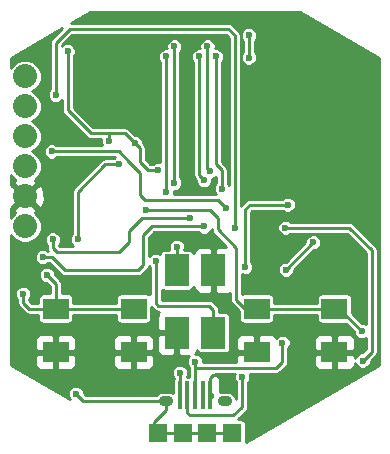
<source format=gtl>
%TF.GenerationSoftware,KiCad,Pcbnew,4.0.5+dfsg1-4~bpo8+1*%
%TF.CreationDate,2017-10-06T16:53:46-03:00*%
%TF.ProjectId,treasure,74726561737572652E6B696361645F70,rev?*%
%TF.FileFunction,Copper,L1,Top,Signal*%
%FSLAX46Y46*%
G04 Gerber Fmt 4.6, Leading zero omitted, Abs format (unit mm)*
G04 Created by KiCad (PCBNEW 4.0.5+dfsg1-4~bpo8+1) date Fri Oct  6 16:53:46 2017*
%MOMM*%
%LPD*%
G01*
G04 APERTURE LIST*
%ADD10C,0.254000*%
%ADD11R,1.645000X1.550000*%
%ADD12R,0.400000X2.350000*%
%ADD13O,1.250000X0.850000*%
%ADD14R,1.500000X1.550000*%
%ADD15R,2.200000X1.800000*%
%ADD16R,2.100000X2.700000*%
%ADD17C,2.032000*%
%ADD18C,0.600000*%
%ADD19C,0.250000*%
G04 APERTURE END LIST*
D10*
D11*
X145375500Y-123800000D03*
D12*
X148500000Y-120600000D03*
X147850000Y-120600000D03*
X147200000Y-120600000D03*
X149150000Y-120600000D03*
X149800000Y-120600000D03*
D13*
X151000000Y-121100000D03*
X146000000Y-121100000D03*
D11*
X151624500Y-123800000D03*
D14*
X147500000Y-123800000D03*
X149500000Y-123800000D03*
D15*
X136700000Y-113250000D03*
X143300000Y-113250000D03*
X136700000Y-116950000D03*
X143300000Y-116950000D03*
X153700000Y-113250000D03*
X160300000Y-113250000D03*
X153700000Y-116950000D03*
X160300000Y-116950000D03*
D16*
X150050000Y-115300000D03*
X150050000Y-110000000D03*
X146950000Y-110000000D03*
X146950000Y-115300000D03*
D17*
X134100000Y-93600000D03*
X134100000Y-96140000D03*
X134100000Y-98680000D03*
X134100000Y-101220000D03*
X134100000Y-103760000D03*
X134100000Y-106300000D03*
D18*
X141200000Y-99100000D03*
X142050000Y-101050000D03*
X138600000Y-107400000D03*
X145400000Y-101500000D03*
X137700000Y-91450000D03*
X143400000Y-99250000D03*
X153050000Y-92000000D03*
X153050000Y-90100000D03*
X158500000Y-107650000D03*
X156200000Y-109950000D03*
X133450000Y-117300000D03*
X148350000Y-107500000D03*
X154950000Y-115200000D03*
X143300000Y-114850000D03*
X143750000Y-119850000D03*
X136550000Y-98800000D03*
X136550000Y-96900000D03*
X145250000Y-113800000D03*
X153750000Y-123600000D03*
X155550000Y-120000000D03*
X151050000Y-119850000D03*
X156450000Y-103350000D03*
X163850000Y-103350000D03*
X159750000Y-94350000D03*
X159750000Y-91050000D03*
X150950000Y-91050000D03*
X139050000Y-91850000D03*
X156350000Y-104450000D03*
X152750000Y-109750000D03*
X138400000Y-120450000D03*
X146950000Y-108000000D03*
X145150000Y-109250000D03*
X152500000Y-119050000D03*
X148500000Y-117750000D03*
X155900000Y-116150000D03*
X147200000Y-118700000D03*
X136700000Y-95150000D03*
X151850000Y-106450000D03*
X136350000Y-99950000D03*
X151150000Y-104750000D03*
X149250000Y-106300000D03*
X135600000Y-108900000D03*
X156150000Y-106400000D03*
X162700000Y-117650000D03*
X133950000Y-112000000D03*
X135950000Y-110400000D03*
X136450000Y-107400000D03*
X148050000Y-105600000D03*
X144350000Y-104900000D03*
X162600000Y-115150000D03*
X150250000Y-91900000D03*
X150750000Y-103100000D03*
X146750000Y-91050000D03*
X146750000Y-102600000D03*
X146050000Y-91900000D03*
X146050000Y-103350000D03*
X148850000Y-91900000D03*
X149250000Y-102350000D03*
X149550000Y-91050000D03*
X149750000Y-101600000D03*
D19*
X141200000Y-98400000D02*
X141200000Y-99100000D01*
X138600000Y-106750000D02*
X138600000Y-107400000D01*
X142050000Y-101050000D02*
X140900000Y-101050000D01*
X140900000Y-101050000D02*
X138600000Y-103350000D01*
X138600000Y-103350000D02*
X138600000Y-106750000D01*
X143800000Y-100750000D02*
X143800000Y-100800000D01*
X143400000Y-99250000D02*
X143800000Y-99650000D01*
X143800000Y-99650000D02*
X143800000Y-100750000D01*
X144500000Y-101500000D02*
X145400000Y-101500000D01*
X143800000Y-100800000D02*
X144500000Y-101500000D01*
X137700000Y-96450000D02*
X137700000Y-91450000D01*
X139650000Y-98400000D02*
X137700000Y-96450000D01*
X142550000Y-98400000D02*
X141200000Y-98400000D01*
X141200000Y-98400000D02*
X139650000Y-98400000D01*
X143400000Y-99250000D02*
X142550000Y-98400000D01*
X153050000Y-90100000D02*
X153050000Y-92000000D01*
X156200000Y-109950000D02*
X158500000Y-107650000D01*
X134850000Y-116950000D02*
X133800000Y-116950000D01*
X136700000Y-116950000D02*
X134850000Y-116950000D01*
X133800000Y-116950000D02*
X133450000Y-117300000D01*
X154950000Y-115200000D02*
X154050000Y-115200000D01*
X153700000Y-115550000D02*
X153700000Y-116950000D01*
X154050000Y-115200000D02*
X153700000Y-115550000D01*
X148350000Y-107500000D02*
X149600000Y-107500000D01*
X150050000Y-107950000D02*
X150050000Y-110000000D01*
X149600000Y-107500000D02*
X150050000Y-107950000D01*
X154950000Y-115200000D02*
X156500000Y-115200000D01*
X158350000Y-116200000D02*
X158350000Y-116950000D01*
X157350000Y-115200000D02*
X158350000Y-116200000D01*
X156500000Y-115200000D02*
X157350000Y-115200000D01*
X155550000Y-120000000D02*
X155550000Y-119300000D01*
X155550000Y-119300000D02*
X157900000Y-116950000D01*
X157900000Y-116950000D02*
X158350000Y-116950000D01*
X158350000Y-116950000D02*
X160300000Y-116950000D01*
X143300000Y-114850000D02*
X143300000Y-115500000D01*
X143300000Y-115500000D02*
X143300000Y-116950000D01*
X143750000Y-119850000D02*
X143750000Y-119350000D01*
X143750000Y-119350000D02*
X143300000Y-118900000D01*
X143300000Y-118900000D02*
X143300000Y-116950000D01*
X136550000Y-98800000D02*
X136550000Y-96900000D01*
X149800000Y-120600000D02*
X149800000Y-119150000D01*
X151050000Y-119150000D02*
X151050000Y-119850000D01*
X150800000Y-118900000D02*
X151050000Y-119150000D01*
X150050000Y-118900000D02*
X150800000Y-118900000D01*
X149800000Y-119150000D02*
X150050000Y-118900000D01*
X146950000Y-115300000D02*
X145250000Y-115300000D01*
X145250000Y-115300000D02*
X145300000Y-115300000D01*
X145300000Y-115300000D02*
X145250000Y-115300000D01*
X145250000Y-113800000D02*
X145250000Y-115300000D01*
X145250000Y-115300000D02*
X145250000Y-116650000D01*
X144950000Y-116950000D02*
X143300000Y-116950000D01*
X145250000Y-116650000D02*
X144950000Y-116950000D01*
X146750000Y-115300000D02*
X146950000Y-115300000D01*
X143300000Y-116950000D02*
X136700000Y-116950000D01*
X153750000Y-123600000D02*
X155550000Y-121800000D01*
X155550000Y-121800000D02*
X155550000Y-120000000D01*
X149800000Y-120600000D02*
X149800000Y-120500000D01*
X151050000Y-119850000D02*
X151000000Y-119850000D01*
X143300000Y-116950000D02*
X143400000Y-116950000D01*
X146950000Y-115300000D02*
X146100000Y-115300000D01*
X153700000Y-116950000D02*
X153700000Y-116450000D01*
X150050000Y-110000000D02*
X150050000Y-109200000D01*
X163850000Y-103350000D02*
X156450000Y-103350000D01*
X159750000Y-91050000D02*
X159750000Y-94350000D01*
X150950000Y-91050000D02*
X150200000Y-90300000D01*
X150200000Y-90300000D02*
X140600000Y-90300000D01*
X140600000Y-90300000D02*
X139050000Y-91850000D01*
X156350000Y-104450000D02*
X153700000Y-104450000D01*
X153700000Y-104450000D02*
X153150000Y-104450000D01*
X153150000Y-104450000D02*
X152750000Y-104850000D01*
X152750000Y-104850000D02*
X152750000Y-109750000D01*
X146000000Y-121100000D02*
X146000000Y-121850000D01*
X145000000Y-122850000D02*
X145000000Y-123800000D01*
X146000000Y-121850000D02*
X145000000Y-122850000D01*
X147500000Y-123800000D02*
X145000000Y-123800000D01*
X149500000Y-123800000D02*
X147500000Y-123800000D01*
X152000000Y-123800000D02*
X149500000Y-123800000D01*
X139050000Y-121100000D02*
X138400000Y-120450000D01*
X139050000Y-121100000D02*
X146000000Y-121100000D01*
X146950000Y-110000000D02*
X146950000Y-108000000D01*
X150050000Y-113350000D02*
X150050000Y-115300000D01*
X149700000Y-113000000D02*
X145750000Y-113000000D01*
X150050000Y-113350000D02*
X149700000Y-113000000D01*
X145400000Y-113000000D02*
X145750000Y-113000000D01*
X145150000Y-112750000D02*
X145400000Y-113000000D01*
X145150000Y-111400000D02*
X145150000Y-112750000D01*
X145150000Y-109250000D02*
X145150000Y-111400000D01*
X147850000Y-122100000D02*
X148050000Y-122300000D01*
X148050000Y-122300000D02*
X151750000Y-122300000D01*
X151750000Y-122300000D02*
X152500000Y-121550000D01*
X152500000Y-121550000D02*
X152500000Y-119050000D01*
X147850000Y-122100000D02*
X147850000Y-120600000D01*
X148500000Y-117750000D02*
X148500000Y-118300000D01*
X148500000Y-120600000D02*
X148500000Y-118300000D01*
X148500000Y-118300000D02*
X149350000Y-118300000D01*
X155900000Y-116150000D02*
X155900000Y-117750000D01*
X155900000Y-117750000D02*
X155350000Y-118300000D01*
X155350000Y-118300000D02*
X149350000Y-118300000D01*
X147200000Y-118700000D02*
X147200000Y-120600000D01*
X151850000Y-105200000D02*
X151850000Y-106450000D01*
X137900000Y-89550000D02*
X151300000Y-89550000D01*
X136700000Y-90750000D02*
X137900000Y-89550000D01*
X136700000Y-92550000D02*
X136700000Y-90750000D01*
X136700000Y-95150000D02*
X136700000Y-92550000D01*
X151300000Y-89550000D02*
X151850000Y-90100000D01*
X151850000Y-90100000D02*
X151850000Y-105200000D01*
X139500000Y-99950000D02*
X142050000Y-99950000D01*
X136350000Y-99950000D02*
X139500000Y-99950000D01*
X142050000Y-99950000D02*
X142900000Y-100800000D01*
X145450000Y-104050000D02*
X144300000Y-104050000D01*
X145450000Y-104050000D02*
X150450000Y-104050000D01*
X150450000Y-104050000D02*
X151150000Y-104750000D01*
X143850000Y-101750000D02*
X142900000Y-100800000D01*
X143850000Y-103600000D02*
X143850000Y-101750000D01*
X144300000Y-104050000D02*
X143850000Y-103600000D01*
X144100000Y-109600000D02*
X144100000Y-107050000D01*
X146700000Y-106300000D02*
X149250000Y-106300000D01*
X136350000Y-108900000D02*
X137450000Y-110000000D01*
X137450000Y-110000000D02*
X143700000Y-110000000D01*
X143700000Y-110000000D02*
X144100000Y-109600000D01*
X135600000Y-108900000D02*
X136350000Y-108900000D01*
X144850000Y-106300000D02*
X146700000Y-106300000D01*
X144100000Y-107050000D02*
X144850000Y-106300000D01*
X156150000Y-106400000D02*
X161550000Y-106400000D01*
X161550000Y-106400000D02*
X163450000Y-108300000D01*
X163450000Y-108300000D02*
X163450000Y-116900000D01*
X162700000Y-117650000D02*
X163450000Y-116900000D01*
X136700000Y-113250000D02*
X134450000Y-113250000D01*
X133950000Y-112750000D02*
X133950000Y-112000000D01*
X134450000Y-113250000D02*
X133950000Y-112750000D01*
X136450000Y-107400000D02*
X136450000Y-108100000D01*
X136450000Y-108100000D02*
X136800000Y-108450000D01*
X136800000Y-108450000D02*
X137450000Y-108450000D01*
X137450000Y-108450000D02*
X142050000Y-108450000D01*
X142050000Y-108450000D02*
X142900000Y-107600000D01*
X142900000Y-107600000D02*
X142900000Y-106700000D01*
X142900000Y-106700000D02*
X144000000Y-105600000D01*
X144000000Y-105600000D02*
X148050000Y-105600000D01*
X136150000Y-110600000D02*
X136700000Y-111150000D01*
X136700000Y-111150000D02*
X136700000Y-113250000D01*
X136150000Y-110600000D02*
X135950000Y-110400000D01*
X143300000Y-113250000D02*
X136700000Y-113250000D01*
X160300000Y-113250000D02*
X153700000Y-113250000D01*
X151950000Y-112500000D02*
X151950000Y-108100000D01*
X151950000Y-108100000D02*
X150400000Y-106550000D01*
X150400000Y-106550000D02*
X150400000Y-105550000D01*
X150400000Y-105550000D02*
X149750000Y-104900000D01*
X149750000Y-104900000D02*
X144350000Y-104900000D01*
X152700000Y-113250000D02*
X151950000Y-112500000D01*
X153700000Y-113250000D02*
X152700000Y-113250000D01*
X160300000Y-113250000D02*
X160700000Y-113250000D01*
X160700000Y-113250000D02*
X162600000Y-115150000D01*
X150250000Y-101050000D02*
X150750000Y-101550000D01*
X150250000Y-91900000D02*
X150250000Y-101050000D01*
X150750000Y-101550000D02*
X150750000Y-102100000D01*
X150750000Y-102050000D02*
X150750000Y-102100000D01*
X150750000Y-103100000D02*
X150750000Y-102050000D01*
X146750000Y-101600000D02*
X146750000Y-102600000D01*
X146750000Y-91050000D02*
X146750000Y-92300000D01*
X146750000Y-92300000D02*
X146750000Y-101600000D01*
X146050000Y-91900000D02*
X146050000Y-96100000D01*
X146050000Y-96100000D02*
X146050000Y-101350000D01*
X146050000Y-101350000D02*
X146050000Y-102000000D01*
X146050000Y-103350000D02*
X146050000Y-102000000D01*
X148850000Y-101250000D02*
X148850000Y-101950000D01*
X148850000Y-91900000D02*
X148850000Y-101100000D01*
X148850000Y-101100000D02*
X148850000Y-101250000D01*
X148850000Y-101950000D02*
X149250000Y-102350000D01*
X149550000Y-101150000D02*
X149550000Y-101400000D01*
X149550000Y-91050000D02*
X149550000Y-101150000D01*
X149550000Y-101400000D02*
X149750000Y-101600000D01*
D10*
G36*
X164105960Y-91994064D02*
X164105895Y-118013130D01*
X152835464Y-124520158D01*
X152835464Y-123025000D01*
X152808897Y-122883810D01*
X152725454Y-122754135D01*
X152598134Y-122667141D01*
X152447000Y-122636536D01*
X152129056Y-122636536D01*
X152857796Y-121907796D01*
X152967483Y-121743638D01*
X153006000Y-121550000D01*
X153006000Y-119507123D01*
X153076987Y-119436259D01*
X153180882Y-119186054D01*
X153181118Y-118915135D01*
X153136025Y-118806000D01*
X155350000Y-118806000D01*
X155543638Y-118767483D01*
X155707796Y-118657796D01*
X156257796Y-118107796D01*
X156367483Y-117943638D01*
X156406000Y-117750000D01*
X156406000Y-117235750D01*
X158565000Y-117235750D01*
X158565000Y-117976310D01*
X158661673Y-118209699D01*
X158840302Y-118388327D01*
X159073691Y-118485000D01*
X160014250Y-118485000D01*
X160173000Y-118326250D01*
X160173000Y-117077000D01*
X158723750Y-117077000D01*
X158565000Y-117235750D01*
X156406000Y-117235750D01*
X156406000Y-116607123D01*
X156476987Y-116536259D01*
X156580882Y-116286054D01*
X156581118Y-116015135D01*
X156543334Y-115923690D01*
X158565000Y-115923690D01*
X158565000Y-116664250D01*
X158723750Y-116823000D01*
X160173000Y-116823000D01*
X160173000Y-115573750D01*
X160427000Y-115573750D01*
X160427000Y-116823000D01*
X161876250Y-116823000D01*
X162035000Y-116664250D01*
X162035000Y-115923690D01*
X161938327Y-115690301D01*
X161759698Y-115511673D01*
X161526309Y-115415000D01*
X160585750Y-115415000D01*
X160427000Y-115573750D01*
X160173000Y-115573750D01*
X160014250Y-115415000D01*
X159073691Y-115415000D01*
X158840302Y-115511673D01*
X158661673Y-115690301D01*
X158565000Y-115923690D01*
X156543334Y-115923690D01*
X156477661Y-115764748D01*
X156286259Y-115573013D01*
X156036054Y-115469118D01*
X155765135Y-115468882D01*
X155514748Y-115572339D01*
X155355368Y-115731442D01*
X155338327Y-115690301D01*
X155159698Y-115511673D01*
X154926309Y-115415000D01*
X153985750Y-115415000D01*
X153827000Y-115573750D01*
X153827000Y-116823000D01*
X153847000Y-116823000D01*
X153847000Y-117077000D01*
X153827000Y-117077000D01*
X153827000Y-117097000D01*
X153573000Y-117097000D01*
X153573000Y-117077000D01*
X152123750Y-117077000D01*
X151965000Y-117235750D01*
X151965000Y-117794000D01*
X149180962Y-117794000D01*
X149181118Y-117615135D01*
X149077661Y-117364748D01*
X148886259Y-117173013D01*
X148636054Y-117069118D01*
X148479044Y-117068981D01*
X148538327Y-117009698D01*
X148635000Y-116776309D01*
X148635000Y-116774699D01*
X148638103Y-116791190D01*
X148721546Y-116920865D01*
X148848866Y-117007859D01*
X149000000Y-117038464D01*
X151100000Y-117038464D01*
X151241190Y-117011897D01*
X151370865Y-116928454D01*
X151457859Y-116801134D01*
X151488464Y-116650000D01*
X151488464Y-115923690D01*
X151965000Y-115923690D01*
X151965000Y-116664250D01*
X152123750Y-116823000D01*
X153573000Y-116823000D01*
X153573000Y-115573750D01*
X153414250Y-115415000D01*
X152473691Y-115415000D01*
X152240302Y-115511673D01*
X152061673Y-115690301D01*
X151965000Y-115923690D01*
X151488464Y-115923690D01*
X151488464Y-113950000D01*
X151461897Y-113808810D01*
X151378454Y-113679135D01*
X151251134Y-113592141D01*
X151100000Y-113561536D01*
X150556000Y-113561536D01*
X150556000Y-113350000D01*
X150517483Y-113156362D01*
X150407796Y-112992204D01*
X150057796Y-112642204D01*
X149893638Y-112532517D01*
X149700000Y-112494000D01*
X145656000Y-112494000D01*
X145656000Y-111644406D01*
X145748866Y-111707859D01*
X145900000Y-111738464D01*
X148000000Y-111738464D01*
X148141190Y-111711897D01*
X148270865Y-111628454D01*
X148357859Y-111501134D01*
X148365000Y-111465870D01*
X148365000Y-111476309D01*
X148461673Y-111709698D01*
X148640301Y-111888327D01*
X148873690Y-111985000D01*
X149764250Y-111985000D01*
X149923000Y-111826250D01*
X149923000Y-110127000D01*
X149903000Y-110127000D01*
X149903000Y-109873000D01*
X149923000Y-109873000D01*
X149923000Y-108173750D01*
X149764250Y-108015000D01*
X148873690Y-108015000D01*
X148640301Y-108111673D01*
X148461673Y-108290302D01*
X148365000Y-108523691D01*
X148365000Y-108525301D01*
X148361897Y-108508810D01*
X148278454Y-108379135D01*
X148151134Y-108292141D01*
X148000000Y-108261536D01*
X147578777Y-108261536D01*
X147630882Y-108136054D01*
X147631118Y-107865135D01*
X147527661Y-107614748D01*
X147336259Y-107423013D01*
X147086054Y-107319118D01*
X146815135Y-107318882D01*
X146564748Y-107422339D01*
X146373013Y-107613741D01*
X146269118Y-107863946D01*
X146268882Y-108134865D01*
X146321221Y-108261536D01*
X145900000Y-108261536D01*
X145758810Y-108288103D01*
X145629135Y-108371546D01*
X145542141Y-108498866D01*
X145511536Y-108650000D01*
X145511536Y-108662747D01*
X145286054Y-108569118D01*
X145015135Y-108568882D01*
X144764748Y-108672339D01*
X144606000Y-108830811D01*
X144606000Y-107259592D01*
X145059592Y-106806000D01*
X148792877Y-106806000D01*
X148863741Y-106876987D01*
X149113946Y-106980882D01*
X149384865Y-106981118D01*
X149635252Y-106877661D01*
X149826987Y-106686259D01*
X149894000Y-106524875D01*
X149894000Y-106550000D01*
X149932517Y-106743638D01*
X150042204Y-106907796D01*
X151149408Y-108015000D01*
X150335750Y-108015000D01*
X150177000Y-108173750D01*
X150177000Y-109873000D01*
X150197000Y-109873000D01*
X150197000Y-110127000D01*
X150177000Y-110127000D01*
X150177000Y-111826250D01*
X150335750Y-111985000D01*
X151226310Y-111985000D01*
X151444000Y-111894830D01*
X151444000Y-112500000D01*
X151482517Y-112693638D01*
X151592204Y-112857796D01*
X152211536Y-113477128D01*
X152211536Y-114150000D01*
X152238103Y-114291190D01*
X152321546Y-114420865D01*
X152448866Y-114507859D01*
X152600000Y-114538464D01*
X154800000Y-114538464D01*
X154941190Y-114511897D01*
X155070865Y-114428454D01*
X155157859Y-114301134D01*
X155188464Y-114150000D01*
X155188464Y-113756000D01*
X158811536Y-113756000D01*
X158811536Y-114150000D01*
X158838103Y-114291190D01*
X158921546Y-114420865D01*
X159048866Y-114507859D01*
X159200000Y-114538464D01*
X161272872Y-114538464D01*
X161918969Y-115184561D01*
X161918882Y-115284865D01*
X162022339Y-115535252D01*
X162213741Y-115726987D01*
X162463946Y-115830882D01*
X162734865Y-115831118D01*
X162944000Y-115744706D01*
X162944000Y-116690408D01*
X162665439Y-116968969D01*
X162565135Y-116968882D01*
X162314748Y-117072339D01*
X162123013Y-117263741D01*
X162035000Y-117475698D01*
X162035000Y-117235750D01*
X161876250Y-117077000D01*
X160427000Y-117077000D01*
X160427000Y-118326250D01*
X160585750Y-118485000D01*
X161526309Y-118485000D01*
X161759698Y-118388327D01*
X161938327Y-118209699D01*
X162035000Y-117976310D01*
X162035000Y-117823874D01*
X162122339Y-118035252D01*
X162313741Y-118226987D01*
X162563946Y-118330882D01*
X162834865Y-118331118D01*
X163085252Y-118227661D01*
X163276987Y-118036259D01*
X163380882Y-117786054D01*
X163380970Y-117684622D01*
X163807796Y-117257796D01*
X163917483Y-117093638D01*
X163956000Y-116900000D01*
X163956000Y-108300000D01*
X163917483Y-108106362D01*
X163807796Y-107942204D01*
X161907796Y-106042204D01*
X161743638Y-105932517D01*
X161550000Y-105894000D01*
X156607123Y-105894000D01*
X156536259Y-105823013D01*
X156286054Y-105719118D01*
X156015135Y-105718882D01*
X155764748Y-105822339D01*
X155573013Y-106013741D01*
X155469118Y-106263946D01*
X155468882Y-106534865D01*
X155572339Y-106785252D01*
X155763741Y-106976987D01*
X156013946Y-107080882D01*
X156284865Y-107081118D01*
X156535252Y-106977661D01*
X156607038Y-106906000D01*
X161340408Y-106906000D01*
X162944000Y-108509592D01*
X162944000Y-114555465D01*
X162736054Y-114469118D01*
X162634622Y-114469030D01*
X161788464Y-113622872D01*
X161788464Y-112350000D01*
X161761897Y-112208810D01*
X161678454Y-112079135D01*
X161551134Y-111992141D01*
X161400000Y-111961536D01*
X159200000Y-111961536D01*
X159058810Y-111988103D01*
X158929135Y-112071546D01*
X158842141Y-112198866D01*
X158811536Y-112350000D01*
X158811536Y-112744000D01*
X155188464Y-112744000D01*
X155188464Y-112350000D01*
X155161897Y-112208810D01*
X155078454Y-112079135D01*
X154951134Y-111992141D01*
X154800000Y-111961536D01*
X152600000Y-111961536D01*
X152458810Y-111988103D01*
X152456000Y-111989911D01*
X152456000Y-110365297D01*
X152613946Y-110430882D01*
X152884865Y-110431118D01*
X153135252Y-110327661D01*
X153326987Y-110136259D01*
X153348327Y-110084865D01*
X155518882Y-110084865D01*
X155622339Y-110335252D01*
X155813741Y-110526987D01*
X156063946Y-110630882D01*
X156334865Y-110631118D01*
X156585252Y-110527661D01*
X156776987Y-110336259D01*
X156880882Y-110086054D01*
X156880970Y-109984622D01*
X158534561Y-108331031D01*
X158634865Y-108331118D01*
X158885252Y-108227661D01*
X159076987Y-108036259D01*
X159180882Y-107786054D01*
X159181118Y-107515135D01*
X159077661Y-107264748D01*
X158886259Y-107073013D01*
X158636054Y-106969118D01*
X158365135Y-106968882D01*
X158114748Y-107072339D01*
X157923013Y-107263741D01*
X157819118Y-107513946D01*
X157819030Y-107615378D01*
X156165439Y-109268969D01*
X156065135Y-109268882D01*
X155814748Y-109372339D01*
X155623013Y-109563741D01*
X155519118Y-109813946D01*
X155518882Y-110084865D01*
X153348327Y-110084865D01*
X153430882Y-109886054D01*
X153431118Y-109615135D01*
X153327661Y-109364748D01*
X153256000Y-109292962D01*
X153256000Y-105059592D01*
X153359592Y-104956000D01*
X155892877Y-104956000D01*
X155963741Y-105026987D01*
X156213946Y-105130882D01*
X156484865Y-105131118D01*
X156735252Y-105027661D01*
X156926987Y-104836259D01*
X157030882Y-104586054D01*
X157031118Y-104315135D01*
X156927661Y-104064748D01*
X156736259Y-103873013D01*
X156486054Y-103769118D01*
X156215135Y-103768882D01*
X155964748Y-103872339D01*
X155892962Y-103944000D01*
X153150000Y-103944000D01*
X152956362Y-103982517D01*
X152792204Y-104092204D01*
X152392204Y-104492204D01*
X152356000Y-104546387D01*
X152356000Y-90234865D01*
X152368882Y-90234865D01*
X152472339Y-90485252D01*
X152544000Y-90557038D01*
X152544000Y-91542877D01*
X152473013Y-91613741D01*
X152369118Y-91863946D01*
X152368882Y-92134865D01*
X152472339Y-92385252D01*
X152663741Y-92576987D01*
X152913946Y-92680882D01*
X153184865Y-92681118D01*
X153435252Y-92577661D01*
X153626987Y-92386259D01*
X153730882Y-92136054D01*
X153731118Y-91865135D01*
X153627661Y-91614748D01*
X153556000Y-91542962D01*
X153556000Y-90557123D01*
X153626987Y-90486259D01*
X153730882Y-90236054D01*
X153731118Y-89965135D01*
X153627661Y-89714748D01*
X153436259Y-89523013D01*
X153186054Y-89419118D01*
X152915135Y-89418882D01*
X152664748Y-89522339D01*
X152473013Y-89713741D01*
X152369118Y-89963946D01*
X152368882Y-90234865D01*
X152356000Y-90234865D01*
X152356000Y-90100000D01*
X152317483Y-89906362D01*
X152207796Y-89742204D01*
X151657796Y-89192204D01*
X151493638Y-89082517D01*
X151300000Y-89044000D01*
X138005943Y-89044000D01*
X139598484Y-88124540D01*
X157403706Y-88124540D01*
X164105960Y-91994064D01*
X164105960Y-91994064D01*
G37*
X164105960Y-91994064D02*
X164105895Y-118013130D01*
X152835464Y-124520158D01*
X152835464Y-123025000D01*
X152808897Y-122883810D01*
X152725454Y-122754135D01*
X152598134Y-122667141D01*
X152447000Y-122636536D01*
X152129056Y-122636536D01*
X152857796Y-121907796D01*
X152967483Y-121743638D01*
X153006000Y-121550000D01*
X153006000Y-119507123D01*
X153076987Y-119436259D01*
X153180882Y-119186054D01*
X153181118Y-118915135D01*
X153136025Y-118806000D01*
X155350000Y-118806000D01*
X155543638Y-118767483D01*
X155707796Y-118657796D01*
X156257796Y-118107796D01*
X156367483Y-117943638D01*
X156406000Y-117750000D01*
X156406000Y-117235750D01*
X158565000Y-117235750D01*
X158565000Y-117976310D01*
X158661673Y-118209699D01*
X158840302Y-118388327D01*
X159073691Y-118485000D01*
X160014250Y-118485000D01*
X160173000Y-118326250D01*
X160173000Y-117077000D01*
X158723750Y-117077000D01*
X158565000Y-117235750D01*
X156406000Y-117235750D01*
X156406000Y-116607123D01*
X156476987Y-116536259D01*
X156580882Y-116286054D01*
X156581118Y-116015135D01*
X156543334Y-115923690D01*
X158565000Y-115923690D01*
X158565000Y-116664250D01*
X158723750Y-116823000D01*
X160173000Y-116823000D01*
X160173000Y-115573750D01*
X160427000Y-115573750D01*
X160427000Y-116823000D01*
X161876250Y-116823000D01*
X162035000Y-116664250D01*
X162035000Y-115923690D01*
X161938327Y-115690301D01*
X161759698Y-115511673D01*
X161526309Y-115415000D01*
X160585750Y-115415000D01*
X160427000Y-115573750D01*
X160173000Y-115573750D01*
X160014250Y-115415000D01*
X159073691Y-115415000D01*
X158840302Y-115511673D01*
X158661673Y-115690301D01*
X158565000Y-115923690D01*
X156543334Y-115923690D01*
X156477661Y-115764748D01*
X156286259Y-115573013D01*
X156036054Y-115469118D01*
X155765135Y-115468882D01*
X155514748Y-115572339D01*
X155355368Y-115731442D01*
X155338327Y-115690301D01*
X155159698Y-115511673D01*
X154926309Y-115415000D01*
X153985750Y-115415000D01*
X153827000Y-115573750D01*
X153827000Y-116823000D01*
X153847000Y-116823000D01*
X153847000Y-117077000D01*
X153827000Y-117077000D01*
X153827000Y-117097000D01*
X153573000Y-117097000D01*
X153573000Y-117077000D01*
X152123750Y-117077000D01*
X151965000Y-117235750D01*
X151965000Y-117794000D01*
X149180962Y-117794000D01*
X149181118Y-117615135D01*
X149077661Y-117364748D01*
X148886259Y-117173013D01*
X148636054Y-117069118D01*
X148479044Y-117068981D01*
X148538327Y-117009698D01*
X148635000Y-116776309D01*
X148635000Y-116774699D01*
X148638103Y-116791190D01*
X148721546Y-116920865D01*
X148848866Y-117007859D01*
X149000000Y-117038464D01*
X151100000Y-117038464D01*
X151241190Y-117011897D01*
X151370865Y-116928454D01*
X151457859Y-116801134D01*
X151488464Y-116650000D01*
X151488464Y-115923690D01*
X151965000Y-115923690D01*
X151965000Y-116664250D01*
X152123750Y-116823000D01*
X153573000Y-116823000D01*
X153573000Y-115573750D01*
X153414250Y-115415000D01*
X152473691Y-115415000D01*
X152240302Y-115511673D01*
X152061673Y-115690301D01*
X151965000Y-115923690D01*
X151488464Y-115923690D01*
X151488464Y-113950000D01*
X151461897Y-113808810D01*
X151378454Y-113679135D01*
X151251134Y-113592141D01*
X151100000Y-113561536D01*
X150556000Y-113561536D01*
X150556000Y-113350000D01*
X150517483Y-113156362D01*
X150407796Y-112992204D01*
X150057796Y-112642204D01*
X149893638Y-112532517D01*
X149700000Y-112494000D01*
X145656000Y-112494000D01*
X145656000Y-111644406D01*
X145748866Y-111707859D01*
X145900000Y-111738464D01*
X148000000Y-111738464D01*
X148141190Y-111711897D01*
X148270865Y-111628454D01*
X148357859Y-111501134D01*
X148365000Y-111465870D01*
X148365000Y-111476309D01*
X148461673Y-111709698D01*
X148640301Y-111888327D01*
X148873690Y-111985000D01*
X149764250Y-111985000D01*
X149923000Y-111826250D01*
X149923000Y-110127000D01*
X149903000Y-110127000D01*
X149903000Y-109873000D01*
X149923000Y-109873000D01*
X149923000Y-108173750D01*
X149764250Y-108015000D01*
X148873690Y-108015000D01*
X148640301Y-108111673D01*
X148461673Y-108290302D01*
X148365000Y-108523691D01*
X148365000Y-108525301D01*
X148361897Y-108508810D01*
X148278454Y-108379135D01*
X148151134Y-108292141D01*
X148000000Y-108261536D01*
X147578777Y-108261536D01*
X147630882Y-108136054D01*
X147631118Y-107865135D01*
X147527661Y-107614748D01*
X147336259Y-107423013D01*
X147086054Y-107319118D01*
X146815135Y-107318882D01*
X146564748Y-107422339D01*
X146373013Y-107613741D01*
X146269118Y-107863946D01*
X146268882Y-108134865D01*
X146321221Y-108261536D01*
X145900000Y-108261536D01*
X145758810Y-108288103D01*
X145629135Y-108371546D01*
X145542141Y-108498866D01*
X145511536Y-108650000D01*
X145511536Y-108662747D01*
X145286054Y-108569118D01*
X145015135Y-108568882D01*
X144764748Y-108672339D01*
X144606000Y-108830811D01*
X144606000Y-107259592D01*
X145059592Y-106806000D01*
X148792877Y-106806000D01*
X148863741Y-106876987D01*
X149113946Y-106980882D01*
X149384865Y-106981118D01*
X149635252Y-106877661D01*
X149826987Y-106686259D01*
X149894000Y-106524875D01*
X149894000Y-106550000D01*
X149932517Y-106743638D01*
X150042204Y-106907796D01*
X151149408Y-108015000D01*
X150335750Y-108015000D01*
X150177000Y-108173750D01*
X150177000Y-109873000D01*
X150197000Y-109873000D01*
X150197000Y-110127000D01*
X150177000Y-110127000D01*
X150177000Y-111826250D01*
X150335750Y-111985000D01*
X151226310Y-111985000D01*
X151444000Y-111894830D01*
X151444000Y-112500000D01*
X151482517Y-112693638D01*
X151592204Y-112857796D01*
X152211536Y-113477128D01*
X152211536Y-114150000D01*
X152238103Y-114291190D01*
X152321546Y-114420865D01*
X152448866Y-114507859D01*
X152600000Y-114538464D01*
X154800000Y-114538464D01*
X154941190Y-114511897D01*
X155070865Y-114428454D01*
X155157859Y-114301134D01*
X155188464Y-114150000D01*
X155188464Y-113756000D01*
X158811536Y-113756000D01*
X158811536Y-114150000D01*
X158838103Y-114291190D01*
X158921546Y-114420865D01*
X159048866Y-114507859D01*
X159200000Y-114538464D01*
X161272872Y-114538464D01*
X161918969Y-115184561D01*
X161918882Y-115284865D01*
X162022339Y-115535252D01*
X162213741Y-115726987D01*
X162463946Y-115830882D01*
X162734865Y-115831118D01*
X162944000Y-115744706D01*
X162944000Y-116690408D01*
X162665439Y-116968969D01*
X162565135Y-116968882D01*
X162314748Y-117072339D01*
X162123013Y-117263741D01*
X162035000Y-117475698D01*
X162035000Y-117235750D01*
X161876250Y-117077000D01*
X160427000Y-117077000D01*
X160427000Y-118326250D01*
X160585750Y-118485000D01*
X161526309Y-118485000D01*
X161759698Y-118388327D01*
X161938327Y-118209699D01*
X162035000Y-117976310D01*
X162035000Y-117823874D01*
X162122339Y-118035252D01*
X162313741Y-118226987D01*
X162563946Y-118330882D01*
X162834865Y-118331118D01*
X163085252Y-118227661D01*
X163276987Y-118036259D01*
X163380882Y-117786054D01*
X163380970Y-117684622D01*
X163807796Y-117257796D01*
X163917483Y-117093638D01*
X163956000Y-116900000D01*
X163956000Y-108300000D01*
X163917483Y-108106362D01*
X163807796Y-107942204D01*
X161907796Y-106042204D01*
X161743638Y-105932517D01*
X161550000Y-105894000D01*
X156607123Y-105894000D01*
X156536259Y-105823013D01*
X156286054Y-105719118D01*
X156015135Y-105718882D01*
X155764748Y-105822339D01*
X155573013Y-106013741D01*
X155469118Y-106263946D01*
X155468882Y-106534865D01*
X155572339Y-106785252D01*
X155763741Y-106976987D01*
X156013946Y-107080882D01*
X156284865Y-107081118D01*
X156535252Y-106977661D01*
X156607038Y-106906000D01*
X161340408Y-106906000D01*
X162944000Y-108509592D01*
X162944000Y-114555465D01*
X162736054Y-114469118D01*
X162634622Y-114469030D01*
X161788464Y-113622872D01*
X161788464Y-112350000D01*
X161761897Y-112208810D01*
X161678454Y-112079135D01*
X161551134Y-111992141D01*
X161400000Y-111961536D01*
X159200000Y-111961536D01*
X159058810Y-111988103D01*
X158929135Y-112071546D01*
X158842141Y-112198866D01*
X158811536Y-112350000D01*
X158811536Y-112744000D01*
X155188464Y-112744000D01*
X155188464Y-112350000D01*
X155161897Y-112208810D01*
X155078454Y-112079135D01*
X154951134Y-111992141D01*
X154800000Y-111961536D01*
X152600000Y-111961536D01*
X152458810Y-111988103D01*
X152456000Y-111989911D01*
X152456000Y-110365297D01*
X152613946Y-110430882D01*
X152884865Y-110431118D01*
X153135252Y-110327661D01*
X153326987Y-110136259D01*
X153348327Y-110084865D01*
X155518882Y-110084865D01*
X155622339Y-110335252D01*
X155813741Y-110526987D01*
X156063946Y-110630882D01*
X156334865Y-110631118D01*
X156585252Y-110527661D01*
X156776987Y-110336259D01*
X156880882Y-110086054D01*
X156880970Y-109984622D01*
X158534561Y-108331031D01*
X158634865Y-108331118D01*
X158885252Y-108227661D01*
X159076987Y-108036259D01*
X159180882Y-107786054D01*
X159181118Y-107515135D01*
X159077661Y-107264748D01*
X158886259Y-107073013D01*
X158636054Y-106969118D01*
X158365135Y-106968882D01*
X158114748Y-107072339D01*
X157923013Y-107263741D01*
X157819118Y-107513946D01*
X157819030Y-107615378D01*
X156165439Y-109268969D01*
X156065135Y-109268882D01*
X155814748Y-109372339D01*
X155623013Y-109563741D01*
X155519118Y-109813946D01*
X155518882Y-110084865D01*
X153348327Y-110084865D01*
X153430882Y-109886054D01*
X153431118Y-109615135D01*
X153327661Y-109364748D01*
X153256000Y-109292962D01*
X153256000Y-105059592D01*
X153359592Y-104956000D01*
X155892877Y-104956000D01*
X155963741Y-105026987D01*
X156213946Y-105130882D01*
X156484865Y-105131118D01*
X156735252Y-105027661D01*
X156926987Y-104836259D01*
X157030882Y-104586054D01*
X157031118Y-104315135D01*
X156927661Y-104064748D01*
X156736259Y-103873013D01*
X156486054Y-103769118D01*
X156215135Y-103768882D01*
X155964748Y-103872339D01*
X155892962Y-103944000D01*
X153150000Y-103944000D01*
X152956362Y-103982517D01*
X152792204Y-104092204D01*
X152392204Y-104492204D01*
X152356000Y-104546387D01*
X152356000Y-90234865D01*
X152368882Y-90234865D01*
X152472339Y-90485252D01*
X152544000Y-90557038D01*
X152544000Y-91542877D01*
X152473013Y-91613741D01*
X152369118Y-91863946D01*
X152368882Y-92134865D01*
X152472339Y-92385252D01*
X152663741Y-92576987D01*
X152913946Y-92680882D01*
X153184865Y-92681118D01*
X153435252Y-92577661D01*
X153626987Y-92386259D01*
X153730882Y-92136054D01*
X153731118Y-91865135D01*
X153627661Y-91614748D01*
X153556000Y-91542962D01*
X153556000Y-90557123D01*
X153626987Y-90486259D01*
X153730882Y-90236054D01*
X153731118Y-89965135D01*
X153627661Y-89714748D01*
X153436259Y-89523013D01*
X153186054Y-89419118D01*
X152915135Y-89418882D01*
X152664748Y-89522339D01*
X152473013Y-89713741D01*
X152369118Y-89963946D01*
X152368882Y-90234865D01*
X152356000Y-90234865D01*
X152356000Y-90100000D01*
X152317483Y-89906362D01*
X152207796Y-89742204D01*
X151657796Y-89192204D01*
X151493638Y-89082517D01*
X151300000Y-89044000D01*
X138005943Y-89044000D01*
X139598484Y-88124540D01*
X157403706Y-88124540D01*
X164105960Y-91994064D01*
G36*
X151819118Y-118913946D02*
X151818882Y-119184865D01*
X151922339Y-119435252D01*
X151994000Y-119507038D01*
X151994000Y-120940588D01*
X151964356Y-120791557D01*
X151789637Y-120530072D01*
X151528152Y-120355353D01*
X151219709Y-120294000D01*
X150780291Y-120294000D01*
X150624202Y-120325048D01*
X150635000Y-120314250D01*
X150635000Y-119298690D01*
X150538327Y-119065301D01*
X150359698Y-118886673D01*
X150164936Y-118806000D01*
X151863941Y-118806000D01*
X151819118Y-118913946D01*
X151819118Y-118913946D01*
G37*
X151819118Y-118913946D02*
X151818882Y-119184865D01*
X151922339Y-119435252D01*
X151994000Y-119507038D01*
X151994000Y-120940588D01*
X151964356Y-120791557D01*
X151789637Y-120530072D01*
X151528152Y-120355353D01*
X151219709Y-120294000D01*
X150780291Y-120294000D01*
X150624202Y-120325048D01*
X150635000Y-120314250D01*
X150635000Y-119298690D01*
X150538327Y-119065301D01*
X150359698Y-118886673D01*
X150164936Y-118806000D01*
X151863941Y-118806000D01*
X151819118Y-118913946D01*
G36*
X136342204Y-90392204D02*
X136232517Y-90556362D01*
X136194000Y-90750000D01*
X136194000Y-94692877D01*
X136123013Y-94763741D01*
X136019118Y-95013946D01*
X136018882Y-95284865D01*
X136122339Y-95535252D01*
X136313741Y-95726987D01*
X136563946Y-95830882D01*
X136834865Y-95831118D01*
X137085252Y-95727661D01*
X137194000Y-95619102D01*
X137194000Y-96450000D01*
X137232517Y-96643638D01*
X137342204Y-96807796D01*
X139292204Y-98757796D01*
X139456362Y-98867483D01*
X139650000Y-98906000D01*
X140543179Y-98906000D01*
X140519118Y-98963946D01*
X140518882Y-99234865D01*
X140605294Y-99444000D01*
X136807123Y-99444000D01*
X136736259Y-99373013D01*
X136486054Y-99269118D01*
X136215135Y-99268882D01*
X135964748Y-99372339D01*
X135773013Y-99563741D01*
X135669118Y-99813946D01*
X135668882Y-100084865D01*
X135772339Y-100335252D01*
X135963741Y-100526987D01*
X136213946Y-100630882D01*
X136484865Y-100631118D01*
X136735252Y-100527661D01*
X136807038Y-100456000D01*
X141704292Y-100456000D01*
X141664748Y-100472339D01*
X141592962Y-100544000D01*
X140900000Y-100544000D01*
X140706362Y-100582517D01*
X140542204Y-100692204D01*
X138242204Y-102992204D01*
X138132517Y-103156362D01*
X138094000Y-103350000D01*
X138094000Y-106942877D01*
X138023013Y-107013741D01*
X137919118Y-107263946D01*
X137918882Y-107534865D01*
X138022339Y-107785252D01*
X138180811Y-107944000D01*
X137009592Y-107944000D01*
X136956000Y-107890408D01*
X136956000Y-107857123D01*
X137026987Y-107786259D01*
X137130882Y-107536054D01*
X137131118Y-107265135D01*
X137027661Y-107014748D01*
X136836259Y-106823013D01*
X136586054Y-106719118D01*
X136315135Y-106718882D01*
X136064748Y-106822339D01*
X135873013Y-107013741D01*
X135769118Y-107263946D01*
X135768882Y-107534865D01*
X135872339Y-107785252D01*
X135944000Y-107857038D01*
X135944000Y-108100000D01*
X135982517Y-108293638D01*
X136034302Y-108371139D01*
X135986259Y-108323013D01*
X135736054Y-108219118D01*
X135465135Y-108218882D01*
X135214748Y-108322339D01*
X135023013Y-108513741D01*
X134919118Y-108763946D01*
X134918882Y-109034865D01*
X135022339Y-109285252D01*
X135213741Y-109476987D01*
X135463946Y-109580882D01*
X135734865Y-109581118D01*
X135985252Y-109477661D01*
X136057038Y-109406000D01*
X136140408Y-109406000D01*
X137092204Y-110357796D01*
X137256362Y-110467483D01*
X137450000Y-110506000D01*
X143700000Y-110506000D01*
X143893638Y-110467483D01*
X144057796Y-110357796D01*
X144457796Y-109957796D01*
X144567483Y-109793638D01*
X144594560Y-109657512D01*
X144644000Y-109707038D01*
X144644000Y-112055594D01*
X144551134Y-111992141D01*
X144400000Y-111961536D01*
X142200000Y-111961536D01*
X142058810Y-111988103D01*
X141929135Y-112071546D01*
X141842141Y-112198866D01*
X141811536Y-112350000D01*
X141811536Y-112744000D01*
X138188464Y-112744000D01*
X138188464Y-112350000D01*
X138161897Y-112208810D01*
X138078454Y-112079135D01*
X137951134Y-111992141D01*
X137800000Y-111961536D01*
X137206000Y-111961536D01*
X137206000Y-111150000D01*
X137167483Y-110956362D01*
X137057796Y-110792204D01*
X136631031Y-110365439D01*
X136631118Y-110265135D01*
X136527661Y-110014748D01*
X136336259Y-109823013D01*
X136086054Y-109719118D01*
X135815135Y-109718882D01*
X135564748Y-109822339D01*
X135373013Y-110013741D01*
X135269118Y-110263946D01*
X135268882Y-110534865D01*
X135372339Y-110785252D01*
X135563741Y-110976987D01*
X135813946Y-111080882D01*
X135915378Y-111080970D01*
X136194000Y-111359592D01*
X136194000Y-111961536D01*
X135600000Y-111961536D01*
X135458810Y-111988103D01*
X135329135Y-112071546D01*
X135242141Y-112198866D01*
X135211536Y-112350000D01*
X135211536Y-112744000D01*
X134659592Y-112744000D01*
X134456000Y-112540408D01*
X134456000Y-112457123D01*
X134526987Y-112386259D01*
X134630882Y-112136054D01*
X134631118Y-111865135D01*
X134527661Y-111614748D01*
X134336259Y-111423013D01*
X134086054Y-111319118D01*
X133815135Y-111318882D01*
X133564748Y-111422339D01*
X133373013Y-111613741D01*
X133269118Y-111863946D01*
X133268882Y-112134865D01*
X133372339Y-112385252D01*
X133444000Y-112457038D01*
X133444000Y-112750000D01*
X133482517Y-112943638D01*
X133592204Y-113107796D01*
X134092204Y-113607796D01*
X134256362Y-113717483D01*
X134450000Y-113756000D01*
X135211536Y-113756000D01*
X135211536Y-114150000D01*
X135238103Y-114291190D01*
X135321546Y-114420865D01*
X135448866Y-114507859D01*
X135600000Y-114538464D01*
X137800000Y-114538464D01*
X137941190Y-114511897D01*
X138070865Y-114428454D01*
X138157859Y-114301134D01*
X138188464Y-114150000D01*
X138188464Y-113756000D01*
X141811536Y-113756000D01*
X141811536Y-114150000D01*
X141838103Y-114291190D01*
X141921546Y-114420865D01*
X142048866Y-114507859D01*
X142200000Y-114538464D01*
X144400000Y-114538464D01*
X144541190Y-114511897D01*
X144670865Y-114428454D01*
X144757859Y-114301134D01*
X144788464Y-114150000D01*
X144788464Y-113102199D01*
X144792204Y-113107796D01*
X145042204Y-113357796D01*
X145206362Y-113467483D01*
X145400000Y-113506000D01*
X145445975Y-113506000D01*
X145361673Y-113590302D01*
X145265000Y-113823691D01*
X145265000Y-115014250D01*
X145423750Y-115173000D01*
X146823000Y-115173000D01*
X146823000Y-115153000D01*
X147077000Y-115153000D01*
X147077000Y-115173000D01*
X147097000Y-115173000D01*
X147097000Y-115427000D01*
X147077000Y-115427000D01*
X147077000Y-117126250D01*
X147235750Y-117285000D01*
X148001891Y-117285000D01*
X147923013Y-117363741D01*
X147819118Y-117613946D01*
X147818882Y-117884865D01*
X147922339Y-118135252D01*
X147994000Y-118207038D01*
X147994000Y-119036536D01*
X147797634Y-119036536D01*
X147880882Y-118836054D01*
X147881118Y-118565135D01*
X147777661Y-118314748D01*
X147586259Y-118123013D01*
X147336054Y-118019118D01*
X147065135Y-118018882D01*
X146814748Y-118122339D01*
X146623013Y-118313741D01*
X146519118Y-118563946D01*
X146518882Y-118834865D01*
X146622339Y-119085252D01*
X146694000Y-119157038D01*
X146694000Y-119197968D01*
X146642141Y-119273866D01*
X146611536Y-119425000D01*
X146611536Y-120411069D01*
X146528152Y-120355353D01*
X146219709Y-120294000D01*
X145780291Y-120294000D01*
X145471848Y-120355353D01*
X145210363Y-120530072D01*
X145167648Y-120594000D01*
X139259592Y-120594000D01*
X139081031Y-120415439D01*
X139081118Y-120315135D01*
X138977661Y-120064748D01*
X138786259Y-119873013D01*
X138536054Y-119769118D01*
X138265135Y-119768882D01*
X138014748Y-119872339D01*
X137823013Y-120063741D01*
X137719118Y-120313946D01*
X137718882Y-120584865D01*
X137822339Y-120835252D01*
X137874380Y-120887383D01*
X132896181Y-118013219D01*
X132896181Y-117235750D01*
X134965000Y-117235750D01*
X134965000Y-117976310D01*
X135061673Y-118209699D01*
X135240302Y-118388327D01*
X135473691Y-118485000D01*
X136414250Y-118485000D01*
X136573000Y-118326250D01*
X136573000Y-117077000D01*
X136827000Y-117077000D01*
X136827000Y-118326250D01*
X136985750Y-118485000D01*
X137926309Y-118485000D01*
X138159698Y-118388327D01*
X138338327Y-118209699D01*
X138435000Y-117976310D01*
X138435000Y-117235750D01*
X141565000Y-117235750D01*
X141565000Y-117976310D01*
X141661673Y-118209699D01*
X141840302Y-118388327D01*
X142073691Y-118485000D01*
X143014250Y-118485000D01*
X143173000Y-118326250D01*
X143173000Y-117077000D01*
X143427000Y-117077000D01*
X143427000Y-118326250D01*
X143585750Y-118485000D01*
X144526309Y-118485000D01*
X144759698Y-118388327D01*
X144938327Y-118209699D01*
X145035000Y-117976310D01*
X145035000Y-117235750D01*
X144876250Y-117077000D01*
X143427000Y-117077000D01*
X143173000Y-117077000D01*
X141723750Y-117077000D01*
X141565000Y-117235750D01*
X138435000Y-117235750D01*
X138276250Y-117077000D01*
X136827000Y-117077000D01*
X136573000Y-117077000D01*
X135123750Y-117077000D01*
X134965000Y-117235750D01*
X132896181Y-117235750D01*
X132896181Y-115923690D01*
X134965000Y-115923690D01*
X134965000Y-116664250D01*
X135123750Y-116823000D01*
X136573000Y-116823000D01*
X136573000Y-115573750D01*
X136827000Y-115573750D01*
X136827000Y-116823000D01*
X138276250Y-116823000D01*
X138435000Y-116664250D01*
X138435000Y-115923690D01*
X141565000Y-115923690D01*
X141565000Y-116664250D01*
X141723750Y-116823000D01*
X143173000Y-116823000D01*
X143173000Y-115573750D01*
X143427000Y-115573750D01*
X143427000Y-116823000D01*
X144876250Y-116823000D01*
X145035000Y-116664250D01*
X145035000Y-115923690D01*
X144938327Y-115690301D01*
X144833776Y-115585750D01*
X145265000Y-115585750D01*
X145265000Y-116776309D01*
X145361673Y-117009698D01*
X145540301Y-117188327D01*
X145773690Y-117285000D01*
X146664250Y-117285000D01*
X146823000Y-117126250D01*
X146823000Y-115427000D01*
X145423750Y-115427000D01*
X145265000Y-115585750D01*
X144833776Y-115585750D01*
X144759698Y-115511673D01*
X144526309Y-115415000D01*
X143585750Y-115415000D01*
X143427000Y-115573750D01*
X143173000Y-115573750D01*
X143014250Y-115415000D01*
X142073691Y-115415000D01*
X141840302Y-115511673D01*
X141661673Y-115690301D01*
X141565000Y-115923690D01*
X138435000Y-115923690D01*
X138338327Y-115690301D01*
X138159698Y-115511673D01*
X137926309Y-115415000D01*
X136985750Y-115415000D01*
X136827000Y-115573750D01*
X136573000Y-115573750D01*
X136414250Y-115415000D01*
X135473691Y-115415000D01*
X135240302Y-115511673D01*
X135061673Y-115690301D01*
X134965000Y-115923690D01*
X132896181Y-115923690D01*
X132896174Y-107044765D01*
X132914990Y-107090303D01*
X133307630Y-107483629D01*
X133820900Y-107696757D01*
X134376661Y-107697242D01*
X134890303Y-107485010D01*
X135283629Y-107092370D01*
X135496757Y-106579100D01*
X135497242Y-106023339D01*
X135285010Y-105509697D01*
X134972991Y-105197133D01*
X134983880Y-105192622D01*
X135084502Y-104924107D01*
X134100000Y-103939605D01*
X133115498Y-104924107D01*
X133216120Y-105192622D01*
X133227634Y-105196909D01*
X132916371Y-105507630D01*
X132896173Y-105556271D01*
X132896173Y-104729617D01*
X132935893Y-104744502D01*
X133920395Y-103760000D01*
X134279605Y-103760000D01*
X135264107Y-104744502D01*
X135532622Y-104643880D01*
X135761816Y-104028358D01*
X135738014Y-103371981D01*
X135532622Y-102876120D01*
X135264107Y-102775498D01*
X134279605Y-103760000D01*
X133920395Y-103760000D01*
X132935893Y-102775498D01*
X132896172Y-102790383D01*
X132896171Y-101964758D01*
X132914990Y-102010303D01*
X133227009Y-102322867D01*
X133216120Y-102327378D01*
X133115498Y-102595893D01*
X134100000Y-103580395D01*
X135084502Y-102595893D01*
X134983880Y-102327378D01*
X134972366Y-102323091D01*
X135283629Y-102012370D01*
X135496757Y-101499100D01*
X135497242Y-100943339D01*
X135285010Y-100429697D01*
X134892370Y-100036371D01*
X134684488Y-99950051D01*
X134890303Y-99865010D01*
X135283629Y-99472370D01*
X135496757Y-98959100D01*
X135497242Y-98403339D01*
X135285010Y-97889697D01*
X134892370Y-97496371D01*
X134684488Y-97410051D01*
X134890303Y-97325010D01*
X135283629Y-96932370D01*
X135496757Y-96419100D01*
X135497242Y-95863339D01*
X135285010Y-95349697D01*
X134892370Y-94956371D01*
X134684488Y-94870051D01*
X134890303Y-94785010D01*
X135283629Y-94392370D01*
X135496757Y-93879100D01*
X135497242Y-93323339D01*
X135285010Y-92809697D01*
X134892370Y-92416371D01*
X134379100Y-92203243D01*
X133823339Y-92202758D01*
X133309697Y-92414990D01*
X132916371Y-92807630D01*
X132896166Y-92856290D01*
X132896165Y-91994152D01*
X137259372Y-89475036D01*
X136342204Y-90392204D01*
X136342204Y-90392204D01*
G37*
X136342204Y-90392204D02*
X136232517Y-90556362D01*
X136194000Y-90750000D01*
X136194000Y-94692877D01*
X136123013Y-94763741D01*
X136019118Y-95013946D01*
X136018882Y-95284865D01*
X136122339Y-95535252D01*
X136313741Y-95726987D01*
X136563946Y-95830882D01*
X136834865Y-95831118D01*
X137085252Y-95727661D01*
X137194000Y-95619102D01*
X137194000Y-96450000D01*
X137232517Y-96643638D01*
X137342204Y-96807796D01*
X139292204Y-98757796D01*
X139456362Y-98867483D01*
X139650000Y-98906000D01*
X140543179Y-98906000D01*
X140519118Y-98963946D01*
X140518882Y-99234865D01*
X140605294Y-99444000D01*
X136807123Y-99444000D01*
X136736259Y-99373013D01*
X136486054Y-99269118D01*
X136215135Y-99268882D01*
X135964748Y-99372339D01*
X135773013Y-99563741D01*
X135669118Y-99813946D01*
X135668882Y-100084865D01*
X135772339Y-100335252D01*
X135963741Y-100526987D01*
X136213946Y-100630882D01*
X136484865Y-100631118D01*
X136735252Y-100527661D01*
X136807038Y-100456000D01*
X141704292Y-100456000D01*
X141664748Y-100472339D01*
X141592962Y-100544000D01*
X140900000Y-100544000D01*
X140706362Y-100582517D01*
X140542204Y-100692204D01*
X138242204Y-102992204D01*
X138132517Y-103156362D01*
X138094000Y-103350000D01*
X138094000Y-106942877D01*
X138023013Y-107013741D01*
X137919118Y-107263946D01*
X137918882Y-107534865D01*
X138022339Y-107785252D01*
X138180811Y-107944000D01*
X137009592Y-107944000D01*
X136956000Y-107890408D01*
X136956000Y-107857123D01*
X137026987Y-107786259D01*
X137130882Y-107536054D01*
X137131118Y-107265135D01*
X137027661Y-107014748D01*
X136836259Y-106823013D01*
X136586054Y-106719118D01*
X136315135Y-106718882D01*
X136064748Y-106822339D01*
X135873013Y-107013741D01*
X135769118Y-107263946D01*
X135768882Y-107534865D01*
X135872339Y-107785252D01*
X135944000Y-107857038D01*
X135944000Y-108100000D01*
X135982517Y-108293638D01*
X136034302Y-108371139D01*
X135986259Y-108323013D01*
X135736054Y-108219118D01*
X135465135Y-108218882D01*
X135214748Y-108322339D01*
X135023013Y-108513741D01*
X134919118Y-108763946D01*
X134918882Y-109034865D01*
X135022339Y-109285252D01*
X135213741Y-109476987D01*
X135463946Y-109580882D01*
X135734865Y-109581118D01*
X135985252Y-109477661D01*
X136057038Y-109406000D01*
X136140408Y-109406000D01*
X137092204Y-110357796D01*
X137256362Y-110467483D01*
X137450000Y-110506000D01*
X143700000Y-110506000D01*
X143893638Y-110467483D01*
X144057796Y-110357796D01*
X144457796Y-109957796D01*
X144567483Y-109793638D01*
X144594560Y-109657512D01*
X144644000Y-109707038D01*
X144644000Y-112055594D01*
X144551134Y-111992141D01*
X144400000Y-111961536D01*
X142200000Y-111961536D01*
X142058810Y-111988103D01*
X141929135Y-112071546D01*
X141842141Y-112198866D01*
X141811536Y-112350000D01*
X141811536Y-112744000D01*
X138188464Y-112744000D01*
X138188464Y-112350000D01*
X138161897Y-112208810D01*
X138078454Y-112079135D01*
X137951134Y-111992141D01*
X137800000Y-111961536D01*
X137206000Y-111961536D01*
X137206000Y-111150000D01*
X137167483Y-110956362D01*
X137057796Y-110792204D01*
X136631031Y-110365439D01*
X136631118Y-110265135D01*
X136527661Y-110014748D01*
X136336259Y-109823013D01*
X136086054Y-109719118D01*
X135815135Y-109718882D01*
X135564748Y-109822339D01*
X135373013Y-110013741D01*
X135269118Y-110263946D01*
X135268882Y-110534865D01*
X135372339Y-110785252D01*
X135563741Y-110976987D01*
X135813946Y-111080882D01*
X135915378Y-111080970D01*
X136194000Y-111359592D01*
X136194000Y-111961536D01*
X135600000Y-111961536D01*
X135458810Y-111988103D01*
X135329135Y-112071546D01*
X135242141Y-112198866D01*
X135211536Y-112350000D01*
X135211536Y-112744000D01*
X134659592Y-112744000D01*
X134456000Y-112540408D01*
X134456000Y-112457123D01*
X134526987Y-112386259D01*
X134630882Y-112136054D01*
X134631118Y-111865135D01*
X134527661Y-111614748D01*
X134336259Y-111423013D01*
X134086054Y-111319118D01*
X133815135Y-111318882D01*
X133564748Y-111422339D01*
X133373013Y-111613741D01*
X133269118Y-111863946D01*
X133268882Y-112134865D01*
X133372339Y-112385252D01*
X133444000Y-112457038D01*
X133444000Y-112750000D01*
X133482517Y-112943638D01*
X133592204Y-113107796D01*
X134092204Y-113607796D01*
X134256362Y-113717483D01*
X134450000Y-113756000D01*
X135211536Y-113756000D01*
X135211536Y-114150000D01*
X135238103Y-114291190D01*
X135321546Y-114420865D01*
X135448866Y-114507859D01*
X135600000Y-114538464D01*
X137800000Y-114538464D01*
X137941190Y-114511897D01*
X138070865Y-114428454D01*
X138157859Y-114301134D01*
X138188464Y-114150000D01*
X138188464Y-113756000D01*
X141811536Y-113756000D01*
X141811536Y-114150000D01*
X141838103Y-114291190D01*
X141921546Y-114420865D01*
X142048866Y-114507859D01*
X142200000Y-114538464D01*
X144400000Y-114538464D01*
X144541190Y-114511897D01*
X144670865Y-114428454D01*
X144757859Y-114301134D01*
X144788464Y-114150000D01*
X144788464Y-113102199D01*
X144792204Y-113107796D01*
X145042204Y-113357796D01*
X145206362Y-113467483D01*
X145400000Y-113506000D01*
X145445975Y-113506000D01*
X145361673Y-113590302D01*
X145265000Y-113823691D01*
X145265000Y-115014250D01*
X145423750Y-115173000D01*
X146823000Y-115173000D01*
X146823000Y-115153000D01*
X147077000Y-115153000D01*
X147077000Y-115173000D01*
X147097000Y-115173000D01*
X147097000Y-115427000D01*
X147077000Y-115427000D01*
X147077000Y-117126250D01*
X147235750Y-117285000D01*
X148001891Y-117285000D01*
X147923013Y-117363741D01*
X147819118Y-117613946D01*
X147818882Y-117884865D01*
X147922339Y-118135252D01*
X147994000Y-118207038D01*
X147994000Y-119036536D01*
X147797634Y-119036536D01*
X147880882Y-118836054D01*
X147881118Y-118565135D01*
X147777661Y-118314748D01*
X147586259Y-118123013D01*
X147336054Y-118019118D01*
X147065135Y-118018882D01*
X146814748Y-118122339D01*
X146623013Y-118313741D01*
X146519118Y-118563946D01*
X146518882Y-118834865D01*
X146622339Y-119085252D01*
X146694000Y-119157038D01*
X146694000Y-119197968D01*
X146642141Y-119273866D01*
X146611536Y-119425000D01*
X146611536Y-120411069D01*
X146528152Y-120355353D01*
X146219709Y-120294000D01*
X145780291Y-120294000D01*
X145471848Y-120355353D01*
X145210363Y-120530072D01*
X145167648Y-120594000D01*
X139259592Y-120594000D01*
X139081031Y-120415439D01*
X139081118Y-120315135D01*
X138977661Y-120064748D01*
X138786259Y-119873013D01*
X138536054Y-119769118D01*
X138265135Y-119768882D01*
X138014748Y-119872339D01*
X137823013Y-120063741D01*
X137719118Y-120313946D01*
X137718882Y-120584865D01*
X137822339Y-120835252D01*
X137874380Y-120887383D01*
X132896181Y-118013219D01*
X132896181Y-117235750D01*
X134965000Y-117235750D01*
X134965000Y-117976310D01*
X135061673Y-118209699D01*
X135240302Y-118388327D01*
X135473691Y-118485000D01*
X136414250Y-118485000D01*
X136573000Y-118326250D01*
X136573000Y-117077000D01*
X136827000Y-117077000D01*
X136827000Y-118326250D01*
X136985750Y-118485000D01*
X137926309Y-118485000D01*
X138159698Y-118388327D01*
X138338327Y-118209699D01*
X138435000Y-117976310D01*
X138435000Y-117235750D01*
X141565000Y-117235750D01*
X141565000Y-117976310D01*
X141661673Y-118209699D01*
X141840302Y-118388327D01*
X142073691Y-118485000D01*
X143014250Y-118485000D01*
X143173000Y-118326250D01*
X143173000Y-117077000D01*
X143427000Y-117077000D01*
X143427000Y-118326250D01*
X143585750Y-118485000D01*
X144526309Y-118485000D01*
X144759698Y-118388327D01*
X144938327Y-118209699D01*
X145035000Y-117976310D01*
X145035000Y-117235750D01*
X144876250Y-117077000D01*
X143427000Y-117077000D01*
X143173000Y-117077000D01*
X141723750Y-117077000D01*
X141565000Y-117235750D01*
X138435000Y-117235750D01*
X138276250Y-117077000D01*
X136827000Y-117077000D01*
X136573000Y-117077000D01*
X135123750Y-117077000D01*
X134965000Y-117235750D01*
X132896181Y-117235750D01*
X132896181Y-115923690D01*
X134965000Y-115923690D01*
X134965000Y-116664250D01*
X135123750Y-116823000D01*
X136573000Y-116823000D01*
X136573000Y-115573750D01*
X136827000Y-115573750D01*
X136827000Y-116823000D01*
X138276250Y-116823000D01*
X138435000Y-116664250D01*
X138435000Y-115923690D01*
X141565000Y-115923690D01*
X141565000Y-116664250D01*
X141723750Y-116823000D01*
X143173000Y-116823000D01*
X143173000Y-115573750D01*
X143427000Y-115573750D01*
X143427000Y-116823000D01*
X144876250Y-116823000D01*
X145035000Y-116664250D01*
X145035000Y-115923690D01*
X144938327Y-115690301D01*
X144833776Y-115585750D01*
X145265000Y-115585750D01*
X145265000Y-116776309D01*
X145361673Y-117009698D01*
X145540301Y-117188327D01*
X145773690Y-117285000D01*
X146664250Y-117285000D01*
X146823000Y-117126250D01*
X146823000Y-115427000D01*
X145423750Y-115427000D01*
X145265000Y-115585750D01*
X144833776Y-115585750D01*
X144759698Y-115511673D01*
X144526309Y-115415000D01*
X143585750Y-115415000D01*
X143427000Y-115573750D01*
X143173000Y-115573750D01*
X143014250Y-115415000D01*
X142073691Y-115415000D01*
X141840302Y-115511673D01*
X141661673Y-115690301D01*
X141565000Y-115923690D01*
X138435000Y-115923690D01*
X138338327Y-115690301D01*
X138159698Y-115511673D01*
X137926309Y-115415000D01*
X136985750Y-115415000D01*
X136827000Y-115573750D01*
X136573000Y-115573750D01*
X136414250Y-115415000D01*
X135473691Y-115415000D01*
X135240302Y-115511673D01*
X135061673Y-115690301D01*
X134965000Y-115923690D01*
X132896181Y-115923690D01*
X132896174Y-107044765D01*
X132914990Y-107090303D01*
X133307630Y-107483629D01*
X133820900Y-107696757D01*
X134376661Y-107697242D01*
X134890303Y-107485010D01*
X135283629Y-107092370D01*
X135496757Y-106579100D01*
X135497242Y-106023339D01*
X135285010Y-105509697D01*
X134972991Y-105197133D01*
X134983880Y-105192622D01*
X135084502Y-104924107D01*
X134100000Y-103939605D01*
X133115498Y-104924107D01*
X133216120Y-105192622D01*
X133227634Y-105196909D01*
X132916371Y-105507630D01*
X132896173Y-105556271D01*
X132896173Y-104729617D01*
X132935893Y-104744502D01*
X133920395Y-103760000D01*
X134279605Y-103760000D01*
X135264107Y-104744502D01*
X135532622Y-104643880D01*
X135761816Y-104028358D01*
X135738014Y-103371981D01*
X135532622Y-102876120D01*
X135264107Y-102775498D01*
X134279605Y-103760000D01*
X133920395Y-103760000D01*
X132935893Y-102775498D01*
X132896172Y-102790383D01*
X132896171Y-101964758D01*
X132914990Y-102010303D01*
X133227009Y-102322867D01*
X133216120Y-102327378D01*
X133115498Y-102595893D01*
X134100000Y-103580395D01*
X135084502Y-102595893D01*
X134983880Y-102327378D01*
X134972366Y-102323091D01*
X135283629Y-102012370D01*
X135496757Y-101499100D01*
X135497242Y-100943339D01*
X135285010Y-100429697D01*
X134892370Y-100036371D01*
X134684488Y-99950051D01*
X134890303Y-99865010D01*
X135283629Y-99472370D01*
X135496757Y-98959100D01*
X135497242Y-98403339D01*
X135285010Y-97889697D01*
X134892370Y-97496371D01*
X134684488Y-97410051D01*
X134890303Y-97325010D01*
X135283629Y-96932370D01*
X135496757Y-96419100D01*
X135497242Y-95863339D01*
X135285010Y-95349697D01*
X134892370Y-94956371D01*
X134684488Y-94870051D01*
X134890303Y-94785010D01*
X135283629Y-94392370D01*
X135496757Y-93879100D01*
X135497242Y-93323339D01*
X135285010Y-92809697D01*
X134892370Y-92416371D01*
X134379100Y-92203243D01*
X133823339Y-92202758D01*
X133309697Y-92414990D01*
X132916371Y-92807630D01*
X132896166Y-92856290D01*
X132896165Y-91994152D01*
X137259372Y-89475036D01*
X136342204Y-90392204D01*
G36*
X149900000Y-120473000D02*
X149947000Y-120473000D01*
X149947000Y-120727000D01*
X149900000Y-120727000D01*
X149900000Y-120747000D01*
X149738464Y-120747000D01*
X149738464Y-120453000D01*
X149900000Y-120453000D01*
X149900000Y-120473000D01*
X149900000Y-120473000D01*
G37*
X149900000Y-120473000D02*
X149947000Y-120473000D01*
X149947000Y-120727000D01*
X149900000Y-120727000D01*
X149900000Y-120747000D01*
X149738464Y-120747000D01*
X149738464Y-120453000D01*
X149900000Y-120453000D01*
X149900000Y-120473000D01*
G36*
X151344000Y-90309592D02*
X151344000Y-102754292D01*
X151327661Y-102714748D01*
X151256000Y-102642962D01*
X151256000Y-101550000D01*
X151217483Y-101356362D01*
X151107796Y-101192204D01*
X150756000Y-100840408D01*
X150756000Y-92357123D01*
X150826987Y-92286259D01*
X150930882Y-92036054D01*
X150931118Y-91765135D01*
X150827661Y-91514748D01*
X150636259Y-91323013D01*
X150386054Y-91219118D01*
X150217214Y-91218971D01*
X150230882Y-91186054D01*
X150231118Y-90915135D01*
X150127661Y-90664748D01*
X149936259Y-90473013D01*
X149686054Y-90369118D01*
X149415135Y-90368882D01*
X149164748Y-90472339D01*
X148973013Y-90663741D01*
X148869118Y-90913946D01*
X148868882Y-91184865D01*
X148882998Y-91219028D01*
X148715135Y-91218882D01*
X148464748Y-91322339D01*
X148273013Y-91513741D01*
X148169118Y-91763946D01*
X148168882Y-92034865D01*
X148272339Y-92285252D01*
X148344000Y-92357038D01*
X148344000Y-101950000D01*
X148382517Y-102143638D01*
X148492204Y-102307796D01*
X148568969Y-102384561D01*
X148568882Y-102484865D01*
X148672339Y-102735252D01*
X148863741Y-102926987D01*
X149113946Y-103030882D01*
X149384865Y-103031118D01*
X149635252Y-102927661D01*
X149826987Y-102736259D01*
X149930882Y-102486054D01*
X149931077Y-102262024D01*
X150135252Y-102177661D01*
X150244000Y-102069102D01*
X150244000Y-102642877D01*
X150173013Y-102713741D01*
X150069118Y-102963946D01*
X150068882Y-103234865D01*
X150172339Y-103485252D01*
X150230985Y-103544000D01*
X146706821Y-103544000D01*
X146730882Y-103486054D01*
X146731061Y-103280984D01*
X146884865Y-103281118D01*
X147135252Y-103177661D01*
X147326987Y-102986259D01*
X147430882Y-102736054D01*
X147431118Y-102465135D01*
X147327661Y-102214748D01*
X147256000Y-102142962D01*
X147256000Y-91507123D01*
X147326987Y-91436259D01*
X147430882Y-91186054D01*
X147431118Y-90915135D01*
X147327661Y-90664748D01*
X147136259Y-90473013D01*
X146886054Y-90369118D01*
X146615135Y-90368882D01*
X146364748Y-90472339D01*
X146173013Y-90663741D01*
X146069118Y-90913946D01*
X146068882Y-91184865D01*
X146082998Y-91219028D01*
X145915135Y-91218882D01*
X145664748Y-91322339D01*
X145473013Y-91513741D01*
X145369118Y-91763946D01*
X145368882Y-92034865D01*
X145472339Y-92285252D01*
X145544000Y-92357038D01*
X145544000Y-100822417D01*
X145536054Y-100819118D01*
X145265135Y-100818882D01*
X145014748Y-100922339D01*
X144942962Y-100994000D01*
X144709592Y-100994000D01*
X144306000Y-100590408D01*
X144306000Y-99650000D01*
X144267483Y-99456362D01*
X144157796Y-99292204D01*
X144081031Y-99215439D01*
X144081118Y-99115135D01*
X143977661Y-98864748D01*
X143786259Y-98673013D01*
X143536054Y-98569118D01*
X143434622Y-98569030D01*
X142907796Y-98042204D01*
X142743638Y-97932517D01*
X142550000Y-97894000D01*
X139859592Y-97894000D01*
X138206000Y-96240408D01*
X138206000Y-91907123D01*
X138276987Y-91836259D01*
X138380882Y-91586054D01*
X138381118Y-91315135D01*
X138277661Y-91064748D01*
X138086259Y-90873013D01*
X137836054Y-90769118D01*
X137565135Y-90768882D01*
X137314748Y-90872339D01*
X137206000Y-90980898D01*
X137206000Y-90959592D01*
X138109592Y-90056000D01*
X151090408Y-90056000D01*
X151344000Y-90309592D01*
X151344000Y-90309592D01*
G37*
X151344000Y-90309592D02*
X151344000Y-102754292D01*
X151327661Y-102714748D01*
X151256000Y-102642962D01*
X151256000Y-101550000D01*
X151217483Y-101356362D01*
X151107796Y-101192204D01*
X150756000Y-100840408D01*
X150756000Y-92357123D01*
X150826987Y-92286259D01*
X150930882Y-92036054D01*
X150931118Y-91765135D01*
X150827661Y-91514748D01*
X150636259Y-91323013D01*
X150386054Y-91219118D01*
X150217214Y-91218971D01*
X150230882Y-91186054D01*
X150231118Y-90915135D01*
X150127661Y-90664748D01*
X149936259Y-90473013D01*
X149686054Y-90369118D01*
X149415135Y-90368882D01*
X149164748Y-90472339D01*
X148973013Y-90663741D01*
X148869118Y-90913946D01*
X148868882Y-91184865D01*
X148882998Y-91219028D01*
X148715135Y-91218882D01*
X148464748Y-91322339D01*
X148273013Y-91513741D01*
X148169118Y-91763946D01*
X148168882Y-92034865D01*
X148272339Y-92285252D01*
X148344000Y-92357038D01*
X148344000Y-101950000D01*
X148382517Y-102143638D01*
X148492204Y-102307796D01*
X148568969Y-102384561D01*
X148568882Y-102484865D01*
X148672339Y-102735252D01*
X148863741Y-102926987D01*
X149113946Y-103030882D01*
X149384865Y-103031118D01*
X149635252Y-102927661D01*
X149826987Y-102736259D01*
X149930882Y-102486054D01*
X149931077Y-102262024D01*
X150135252Y-102177661D01*
X150244000Y-102069102D01*
X150244000Y-102642877D01*
X150173013Y-102713741D01*
X150069118Y-102963946D01*
X150068882Y-103234865D01*
X150172339Y-103485252D01*
X150230985Y-103544000D01*
X146706821Y-103544000D01*
X146730882Y-103486054D01*
X146731061Y-103280984D01*
X146884865Y-103281118D01*
X147135252Y-103177661D01*
X147326987Y-102986259D01*
X147430882Y-102736054D01*
X147431118Y-102465135D01*
X147327661Y-102214748D01*
X147256000Y-102142962D01*
X147256000Y-91507123D01*
X147326987Y-91436259D01*
X147430882Y-91186054D01*
X147431118Y-90915135D01*
X147327661Y-90664748D01*
X147136259Y-90473013D01*
X146886054Y-90369118D01*
X146615135Y-90368882D01*
X146364748Y-90472339D01*
X146173013Y-90663741D01*
X146069118Y-90913946D01*
X146068882Y-91184865D01*
X146082998Y-91219028D01*
X145915135Y-91218882D01*
X145664748Y-91322339D01*
X145473013Y-91513741D01*
X145369118Y-91763946D01*
X145368882Y-92034865D01*
X145472339Y-92285252D01*
X145544000Y-92357038D01*
X145544000Y-100822417D01*
X145536054Y-100819118D01*
X145265135Y-100818882D01*
X145014748Y-100922339D01*
X144942962Y-100994000D01*
X144709592Y-100994000D01*
X144306000Y-100590408D01*
X144306000Y-99650000D01*
X144267483Y-99456362D01*
X144157796Y-99292204D01*
X144081031Y-99215439D01*
X144081118Y-99115135D01*
X143977661Y-98864748D01*
X143786259Y-98673013D01*
X143536054Y-98569118D01*
X143434622Y-98569030D01*
X142907796Y-98042204D01*
X142743638Y-97932517D01*
X142550000Y-97894000D01*
X139859592Y-97894000D01*
X138206000Y-96240408D01*
X138206000Y-91907123D01*
X138276987Y-91836259D01*
X138380882Y-91586054D01*
X138381118Y-91315135D01*
X138277661Y-91064748D01*
X138086259Y-90873013D01*
X137836054Y-90769118D01*
X137565135Y-90768882D01*
X137314748Y-90872339D01*
X137206000Y-90980898D01*
X137206000Y-90959592D01*
X138109592Y-90056000D01*
X151090408Y-90056000D01*
X151344000Y-90309592D01*
M02*

</source>
